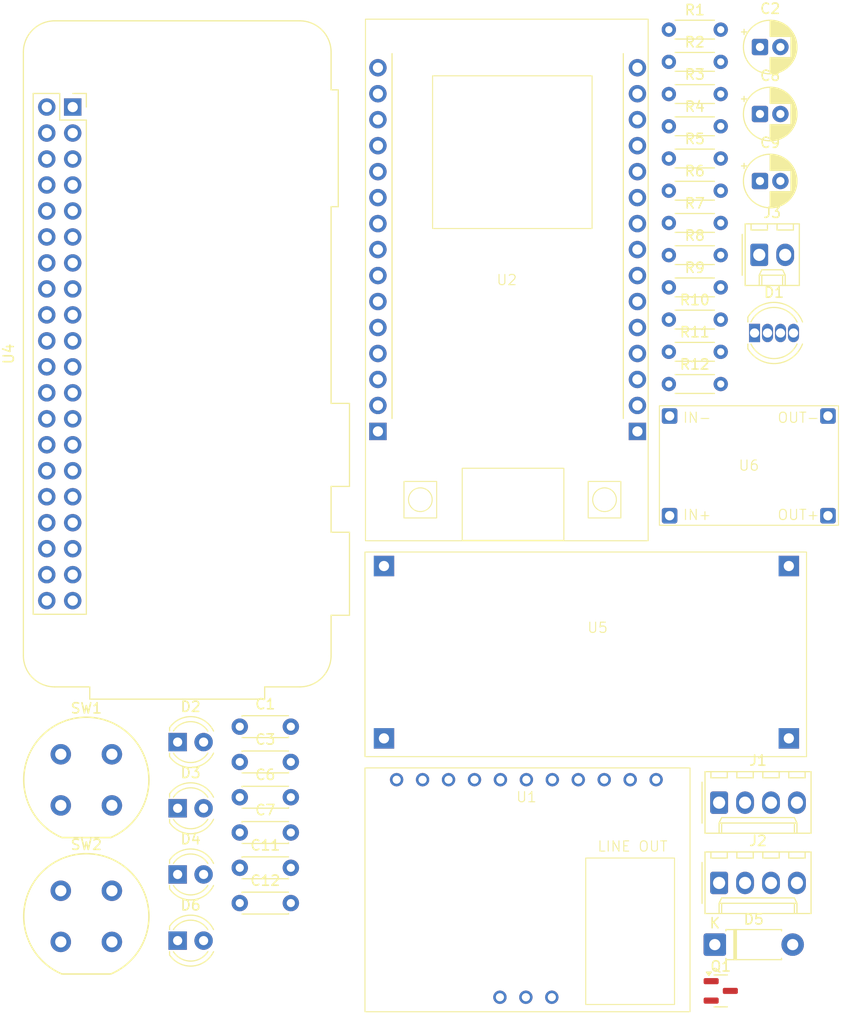
<source format=kicad_pcb>
(kicad_pcb (version 20241229) (generator "pcbnew") (generator_version "9.0")
  (layers (0 "F.Cu" signal) (2 "B.Cu" signal) (13 "F.Paste" user) (15 "B.Paste" user) (5 "F.SilkS" user "F.Silkscreen") (7 "B.SilkS" user "B.Silkscreen") (1 "F.Mask" user) (3 "B.Mask" user) (25 "Edge.Cuts" user))
  (net 0 "")
  (net 1 "GND")
  (net 2 "BAT-")
  (net 3 "/Vbus")
  (net 4 "BAT+")
  (net 5 "Net-(D5-K)")
  (net 6 "+5v")
  (net 7 "+3v3_ESP")
  (net 8 "Net-(D1-GK)")
  (net 9 "Net-(D1-BK)")
  (net 10 "Net-(D1-RK)")
  (net 11 "Net-(D2-A)")
  (net 12 "Net-(D3-A)")
  (net 13 "Net-(D4-A)")
  (net 14 "Net-(D6-A)")
  (net 15 "SCL")
  (net 16 "SDA")
  (net 17 "Vsense")
  (net 18 "pwmR")
  (net 19 "pwmG")
  (net 20 "pwmB")
  (net 21 "Net-(U2-D4)")
  (net 22 "Net-(U2-D5)")
  (net 23 "Net-(U2-D23)")
  (net 24 "Button>")
  (net 27 "Button<")
  (net 30 "DIN")
  (net 31 "LRC")
  (net 33 "BCLK")
  (net 40 "RXesp")
  (net 46 "TXesp")
  (footprint "LIB_Personale:ESP32" (layer "F.Cu") (at 156.465 69.405)
    (property "Reference" "U2" (at -0.775 0.27 0) (layer "F.SilkS") (effects (font (thickness 0.1))))
    (property "Value" "ESP32")
    (pad "1" thru_hole rect (at -13.39 15.08 180) (size 1.7 1.7) (drill 1) (layers "*.Cu" "*.Mask") (net 7 "+3v3_ESP"))
    (pad "2" thru_hole circle (at -13.39 12.54 180) (size 1.7 1.7) (drill 1) (layers "*.Cu" "*.Mask") (net 1 "GND"))
    (pad "3" thru_hole circle (at -13.39 10 180) (size 1.7 1.7) (drill 1) (layers "*.Cu" "*.Mask") (net 20 "pwmB"))
    (pad "4" thru_hole circle (at -13.39 7.46 180) (size 1.7 1.7) (drill 1) (layers "*.Cu" "*.Mask"))
    (pad "5" thru_hole circle (at -13.39 4.92 180) (size 1.7 1.7) (drill 1) (layers "*.Cu" "*.Mask") (net 19 "pwmG"))
    (pad "6" thru_hole circle (at -13.39 2.38 180) (size 1.7 1.7) (drill 1) (layers "*.Cu" "*.Mask") (net 18 "pwmR"))
    (pad "7" thru_hole circle (at -13.39 -0.16 180) (size 1.7 1.7) (drill 1) (layers "*.Cu" "*.Mask"))
    (pad "8" thru_hole circle (at -13.39 -2.7 180) (size 1.7 1.7) (drill 1) (layers "*.Cu" "*.Mask") (net 30 "DIN"))
    (pad "9" thru_hole circle (at -13.39 -5.24 180) (size 1.7 1.7) (drill 1) (layers "*.Cu" "*.Mask") (net 33 "BCLK"))
    (pad "10" thru_hole circle (at -13.39 -7.78 180) (size 1.7 1.7) (drill 1) (layers "*.Cu" "*.Mask") (net 31 "LRC"))
    (pad "11" thru_hole circle (at -13.39 -10.32 180) (size 1.7 1.7) (drill 1) (layers "*.Cu" "*.Mask") (net 17 "Vsense"))
    (pad "12" thru_hole circle (at -13.39 -12.86 180) (size 1.7 1.7) (drill 1) (layers "*.Cu" "*.Mask"))
    (pad "13" thru_hole circle (at -13.39 -15.4 180) (size 1.7 1.7) (drill 1) (layers "*.Cu" "*.Mask"))
    (pad "14" thru_hole circle (at -13.39 -17.94 180) (size 1.7 1.7) (drill 1) (layers "*.Cu" "*.Mask"))
    (pad "15" thru_hole circle (at -13.39 -20.48 180) (size 1.7 1.7) (drill 1) (layers "*.Cu" "*.Mask"))
    (pad "16" thru_hole circle (at 12.01 -20.48 180) (size 1.7 1.7) (drill 1) (layers "*.Cu" "*.Mask") (net 23 "Net-(U2-D23)"))
    (pad "17" thru_hole circle (at 12.01 -17.94 180) (size 1.7 1.7) (drill 1) (layers "*.Cu" "*.Mask") (net 15 "SCL"))
    (pad "18" thru_hole circle (at 12.01 -15.4 180) (size 1.7 1.7) (drill 1) (layers "*.Cu" "*.Mask") (net 46 "TXesp"))
    (pad "19" thru_hole circle (at 12.01 -12.86 180) (size 1.7 1.7) (drill 1) (layers "*.Cu" "*.Mask") (net 40 "RXesp"))
    (pad "20" thru_hole circle (at 12.01 -10.32 180) (size 1.7 1.7) (drill 1) (layers "*.Cu" "*.Mask") (net 16 "SDA"))
    (pad "21" thru_hole circle (at 12.01 -7.78 180) (size 1.7 1.7) (drill 1) (layers "*.Cu" "*.Mask") (net 24 "Button>"))
    (pad "22" thru_hole circle (at 12.01 -5.24 180) (size 1.7 1.7) (drill 1) (layers "*.Cu" "*.Mask") (net 27 "Button<"))
    (pad "23" thru_hole circle (at 12.01 -2.7 180) (size 1.7 1.7) (drill 1) (layers "*.Cu" "*.Mask") (net 22 "Net-(U2-D5)"))
    (pad "24" thru_hole circle (at 12.01 -0.16 180) (size 1.7 1.7) (drill 1) (layers "*.Cu" "*.Mask"))
    (pad "25" thru_hole circle (at 12.01 2.38 180) (size 1.7 1.7) (drill 1) (layers "*.Cu" "*.Mask"))
    (pad "26" thru_hole circle (at 12.01 4.92 180) (size 1.7 1.7) (drill 1) (layers "*.Cu" "*.Mask") (net 21 "Net-(U2-D4)"))
    (pad "27" thru_hole circle (at 12.01 7.46 180) (size 1.7 1.7) (drill 1) (layers "*.Cu" "*.Mask"))
    (pad "28" thru_hole circle (at 12.01 10 180) (size 1.7 1.7) (drill 1) (layers "*.Cu" "*.Mask"))
    (pad "29" thru_hole circle (at 12.01 12.54 180) (size 1.7 1.7) (drill 1) (layers "*.Cu" "*.Mask") (net 1 "GND"))
    (pad "30" thru_hole rect (at 12.01 15.08 180) (size 1.7 1.7) (drill 1) (layers "*.Cu" "*.Mask"))
  )
  (footprint "Button_Switch_THT:Push_E-Switch_KS01Q01" (layer "F.Cu") (at 112.032515 116.052515)
    (property "Reference" "SW1" (at 2.5 -4.5 0) (layer "F.SilkS"))
    (property "Value" "SW_Push_Dual")
    (pad "1" thru_hole circle (at 0 0) (size 2 2) (drill 1.1) (layers "*.Cu" "*.Mask") (net 1 "GND"))
    (pad "2" thru_hole circle (at 5 0) (size 2 2) (drill 1.1) (layers "*.Cu" "*.Mask"))
    (pad "3" thru_hole circle (at 0 5) (size 2 2) (drill 1.1) (layers "*.Cu" "*.Mask"))
    (pad "4" thru_hole circle (at 5 5) (size 2 2) (drill 1.1) (layers "*.Cu" "*.Mask") (net 24 "Button>"))
  )
  (footprint "Package_TO_SOT_SMD:SOT-23" (layer "F.Cu") (at 176.63 139.185)
    (property "Reference" "Q1" (at 0 -2.4 0) (layer "F.SilkS"))
    (property "Value" "AO3401A")
    (pad "1" smd roundrect (at -0.9375 -0.95) (size 1.475 0.6) (layers "F.Cu" "F.Mask" "F.Paste") (net 3 "/Vbus"))
    (pad "2" smd roundrect (at -0.9375 0.95) (size 1.475 0.6) (layers "F.Cu" "F.Mask" "F.Paste") (net 4 "BAT+"))
    (pad "3" smd roundrect (at 0.9375 0) (size 1.475 0.6) (layers "F.Cu" "F.Mask" "F.Paste") (net 5 "Net-(D5-K)"))
  )
  (footprint "LIB_Personale:Mini360" (layer "F.Cu") (at 177.125 86.975)
    (property "Reference" "U6" (at 2.263 0.842 0) (layer "F.SilkS") (effects (font (thickness 0.1))))
    (property "Value" "MINI360" (hide yes))
    (fp_text user "OUT+" (at 5 6.25 0) (layer "F.SilkS") (effects (font (thickness 0.1)) (justify left bottom)))
    (fp_text user "IN+" (at -4.25 6.25 0) (layer "F.SilkS") (effects (font (thickness 0.1)) (justify left bottom)))
    (fp_text user "IN-" (at -4.25 -3.25 0) (layer "F.SilkS") (effects (font (thickness 0.1)) (justify left bottom)))
    (fp_text user "OUT-" (at 5 -3.25 0) (layer "F.SilkS") (effects (font (thickness 0.1)) (justify left bottom)))
    (pad "1" thru_hole roundrect (at -5.5 5.75) (size 1.524 1.524) (drill 0.914) (layers "*.Cu" "*.Mask") (roundrect_rratio 0.1640419948) (net 6 "+5v"))
    (pad "2" thru_hole roundrect (at -5.5 -4) (size 1.524 1.524) (drill 0.914) (layers "*.Cu" "*.Mask") (roundrect_rratio 0.1640419948) (net 1 "GND"))
    (pad "3" thru_hole roundrect (at 10 5.75) (size 1.524 1.524) (drill 0.914) (layers "*.Cu" "*.Mask") (roundrect_rratio 0.1640419948) (net 7 "+3v3_ESP"))
    (pad "4" thru_hole roundrect (at 10 -4) (size 1.524 1.524) (drill 0.914) (layers "*.Cu" "*.Mask") (roundrect_rratio 0.1640419948) (net 1 "GND"))
  )
  (footprint "Resistor_THT:R_Axial_DIN0204_L3.6mm_D1.6mm_P5.08mm_Horizontal" (layer "F.Cu") (at 171.55 64.1)
    (property "Reference" "R7" (at 2.54 -1.92 0) (layer "F.SilkS"))
    (property "Value" "220")
    (pad "1" thru_hole circle (at 0 0) (size 1.4 1.4) (drill 0.7) (layers "*.Cu" "*.Mask") (net 20 "pwmB"))
    (pad "2" thru_hole circle (at 5.08 0) (size 1.4 1.4) (drill 0.7) (layers "*.Cu" "*.Mask") (net 9 "Net-(D1-BK)"))
  )
  (footprint "Connector_Molex:Molex_KK-254_AE-6410-02A_1x02_P2.54mm_Vertical" (layer "F.Cu") (at 180.4 67.22)
    (property "Reference" "J3" (at 1.27 -4.12 0) (layer "F.SilkS"))
    (property "Value" "BATTERIA")
    (pad "1" thru_hole roundrect (at 0 0) (size 1.74 2.19) (drill 1.19) (layers "*.Cu" "*.Mask") (roundrect_rratio 0.143678) (net 2 "BAT-"))
    (pad "2" thru_hole oval (at 2.54 0) (size 1.74 2.19) (drill 1.19) (layers "*.Cu" "*.Mask") (net 4 "BAT+"))
  )
  (footprint "Resistor_THT:R_Axial_DIN0204_L3.6mm_D1.6mm_P5.08mm_Horizontal" (layer "F.Cu") (at 171.55 70.4)
    (property "Reference" "R9" (at 2.54 -1.92 0) (layer "F.SilkS"))
    (property "Value" "330")
    (pad "1" thru_hole circle (at 0 0) (size 1.4 1.4) (drill 0.7) (layers "*.Cu" "*.Mask") (net 22 "Net-(U2-D5)"))
    (pad "2" thru_hole circle (at 5.08 0) (size 1.4 1.4) (drill 0.7) (layers "*.Cu" "*.Mask") (net 12 "Net-(D3-A)"))
  )
  (footprint "Capacitor_THT:C_Disc_D4.3mm_W1.9mm_P5.00mm" (layer "F.Cu") (at 129.55 130.6)
    (property "Reference" "C12" (at 2.5 -2.2 0) (layer "F.SilkS"))
    (property "Value" "100nF")
    (pad "1" thru_hole circle (at 0 0) (size 1.6 1.6) (drill 0.8) (layers "*.Cu" "*.Mask") (net 6 "+5v"))
    (pad "2" thru_hole circle (at 5 0) (size 1.6 1.6) (drill 0.8) (layers "*.Cu" "*.Mask") (net 1 "GND"))
  )
  (footprint "Capacitor_THT:CP_Radial_D5.0mm_P2.00mm" (layer "F.Cu") (at 180.469775 46.9)
    (property "Reference" "C2" (at 1 -3.75 0) (layer "F.SilkS"))
    (property "Value" "220uF")
    (pad "1" thru_hole roundrect (at 0 0) (size 1.6 1.6) (drill 0.8) (layers "*.Cu" "*.Mask") (roundrect_rratio 0.15625) (net 3 "/Vbus"))
    (pad "2" thru_hole circle (at 2 0) (size 1.6 1.6) (drill 0.8) (layers "*.Cu" "*.Mask") (net 1 "GND"))
  )
  (footprint "Resistor_THT:R_Axial_DIN0204_L3.6mm_D1.6mm_P5.08mm_Horizontal" (layer "F.Cu") (at 171.55 79.85)
    (property "Reference" "R12" (at 2.54 -1.92 0) (layer "F.SilkS"))
    (property "Value" "10k")
    (pad "1" thru_hole circle (at 0 0) (size 1.4 1.4) (drill 0.7) (layers "*.Cu" "*.Mask") (net 7 "+3v3_ESP"))
    (pad "2" thru_hole circle (at 5.08 0) (size 1.4 1.4) (drill 0.7) (layers "*.Cu" "*.Mask") (net 15 "SCL"))
  )
  (footprint "Resistor_THT:R_Axial_DIN0204_L3.6mm_D1.6mm_P5.08mm_Horizontal" (layer "F.Cu") (at 171.55 60.95)
    (property "Reference" "R6" (at 2.54 -1.92 0) (layer "F.SilkS"))
    (property "Value" "220")
    (pad "1" thru_hole circle (at 0 0) (size 1.4 1.4) (drill 0.7) (layers "*.Cu" "*.Mask") (net 19 "pwmG"))
    (pad "2" thru_hole circle (at 5.08 0) (size 1.4 1.4) (drill 0.7) (layers "*.Cu" "*.Mask") (net 8 "Net-(D1-GK)"))
  )
  (footprint "Resistor_THT:R_Axial_DIN0204_L3.6mm_D1.6mm_P5.08mm_Horizontal" (layer "F.Cu") (at 171.55 67.25)
    (property "Reference" "R8" (at 2.54 -1.92 0) (layer "F.SilkS"))
    (property "Value" "330")
    (pad "1" thru_hole circle (at 0 0) (size 1.4 1.4) (drill 0.7) (layers "*.Cu" "*.Mask") (net 21 "Net-(U2-D4)"))
    (pad "2" thru_hole circle (at 5.08 0) (size 1.4 1.4) (drill 0.7) (layers "*.Cu" "*.Mask") (net 11 "Net-(D2-A)"))
  )
  (footprint "LED_THT:LED_D4.0mm" (layer "F.Cu") (at 123.47 134.27)
    (property "Reference" "D6" (at 1.27 -3.46 0) (layer "F.SilkS"))
    (property "Value" "LED")
    (pad "1" thru_hole rect (at 0 0) (size 1.8 1.8) (drill 0.9) (layers "*.Cu" "*.Mask") (net 1 "GND"))
    (pad "2" thru_hole circle (at 2.54 0) (size 1.8 1.8) (drill 0.9) (layers "*.Cu" "*.Mask") (net 14 "Net-(D6-A)"))
  )
  (footprint "Resistor_THT:R_Axial_DIN0204_L3.6mm_D1.6mm_P5.08mm_Horizontal" (layer "F.Cu") (at 171.55 51.5)
    (property "Reference" "R3" (at 2.54 -1.92 0) (layer "F.SilkS"))
    (property "Value" "100k")
    (pad "1" thru_hole circle (at 0 0) (size 1.4 1.4) (drill 0.7) (layers "*.Cu" "*.Mask") (net 17 "Vsense"))
    (pad "2" thru_hole circle (at 5.08 0) (size 1.4 1.4) (drill 0.7) (layers "*.Cu" "*.Mask") (net 1 "GND"))
  )
  (footprint "Connector_Molex:Molex_KK-254_AE-6410-04A_1x04_P2.54mm_Vertical" (layer "F.Cu") (at 176.47 120.78)
    (property "Reference" "J1" (at 3.81 -4.12 0) (layer "F.SilkS"))
    (property "Value" "Display OLED")
    (pad "1" thru_hole roundrect (at 0 0) (size 1.74 2.19) (drill 1.19) (layers "*.Cu" "*.Mask") (roundrect_rratio 0.143678) (net 1 "GND"))
    (pad "2" thru_hole oval (at 2.54 0) (size 1.74 2.19) (drill 1.19) (layers "*.Cu" "*.Mask") (net 6 "+5v"))
    (pad "3" thru_hole oval (at 5.08 0) (size 1.74 2.19) (drill 1.19) (layers "*.Cu" "*.Mask") (net 15 "SCL"))
    (pad "4" thru_hole oval (at 7.62 0) (size 1.74 2.19) (drill 1.19) (layers "*.Cu" "*.Mask") (net 16 "SDA"))
  )
  (footprint "LIB_Personale:PCM5102A" (layer "F.Cu") (at 157.615 120.735)
    (property "Reference" "U1" (at 0 -0.5 0) (layer "F.SilkS") (effects (font (thickness 0.1))))
    (property "Value" "PCM5102A")
    (fp_text user "LINE OUT" (at 6.89 4.91 0) (layer "F.SilkS") (effects (font (thickness 0.1)) (justify left bottom)))
    (pad "1" thru_hole circle (at 12.69 -2.2) (size 1.305526 1.305526) (drill 0.8) (layers "*.Cu" "*.Mask") (net 6 "+5v"))
    (pad "2" thru_hole circle (at 10.15 -2.2) (size 1.305526 1.305526) (drill 0.8) (layers "*.Cu" "*.Mask"))
    (pad "3" thru_hole circle (at 7.61 -2.2) (size 1.305526 1.305526) (drill 0.8) (layers "*.Cu" "*.Mask") (net 1 "GND"))
    (pad "4" thru_hole circle (at 5.07 -2.2) (size 1.305526 1.305526) (drill 0.8) (layers "*.Cu" "*.Mask"))
    (pad "5" thru_hole circle (at 2.53 -2.2) (size 1.305526 1.305526) (drill 0.8) (layers "*.Cu" "*.Mask"))
    (pad "6" thru_hole circle (at -0.01 -2.2) (size 1.305526 1.305526) (drill 0.8) (layers "*.Cu" "*.Mask") (net 1 "GND"))
    (pad "7" thru_hole circle (at -2.55 -2.2) (size 1.305526 1.305526) (drill 0.8) (layers "*.Cu" "*.Mask") (net 33 "BCLK"))
    (pad "8" thru_hole circle (at -5.09 -2.2) (size 1.305526 1.305526) (drill 0.8) (layers "*.Cu" "*.Mask") (net 30 "DIN"))
    (pad "9" thru_hole circle (at -7.63 -2.2) (size 1.305526 1.305526) (drill 0.8) (layers "*.Cu" "*.Mask") (net 31 "LRC"))
    (pad "10" thru_hole circle (at -10.17 -2.2) (size 1.305526 1.305526) (drill 0.8) (layers "*.Cu" "*.Mask") (net 1 "GND"))
    (pad "11" thru_hole circle (at -12.71 -2.2) (size 1.305526 1.305526) (drill 0.8) (layers "*.Cu" "*.Mask"))
    (pad "12" thru_hole circle (at -2.6 19.07) (size 1.305526 1.305526) (drill 0.8) (layers "*.Cu" "*.Mask"))
    (pad "13" thru_hole circle (at -0.06 19.07) (size 1.305526 1.305526) (drill 0.8) (layers "*.Cu" "*.Mask"))
    (pad "14" thru_hole circle (at 2.48 19.07) (size 1.305526 1.305526) (drill 0.8) (layers "*.Cu" "*.Mask"))
  )
  (footprint "LIB_Personale:LM2896" (layer "F.Cu") (at 163.755 105.645)
    (property "Reference" "U5" (at 0.82 -1.97 0) (layer "F.SilkS") (effects (font (thickness 0.1))))
    (property "Value" "XL6009")
    (pad "1" thru_hole rect (at -20.09 -8) (size 2 2) (drill 1) (layers "*.Cu" "*.Mask") (net 5 "Net-(D5-K)"))
    (pad "2" thru_hole rect (at 19.54 -8) (size 2 2) (drill 1) (layers "*.Cu" "*.Mask") (net 1 "GND"))
    (pad "3" thru_hole rect (at -20.09 8.85) (size 2 2) (drill 1) (layers "*.Cu" "*.Mask") (net 6 "+5v"))
    (pad "4" thru_hole rect (at 19.54 8.85) (size 2 2) (drill 1) (layers "*.Cu" "*.Mask") (net 1 "GND"))
  )
  (footprint "Capacitor_THT:CP_Radial_D5.0mm_P2.00mm" (layer "F.Cu") (at 180.469775 53.45)
    (property "Reference" "C8" (at 1 -3.75 0) (layer "F.SilkS"))
    (property "Value" "470uF")
    (pad "1" thru_hole roundrect (at 0 0) (size 1.6 1.6) (drill 0.8) (layers "*.Cu" "*.Mask") (roundrect_rratio 0.15625) (net 7 "+3v3_ESP"))
    (pad "2" thru_hole circle (at 2 0) (size 1.6 1.6) (drill 0.8) (layers "*.Cu" "*.Mask") (net 1 "GND"))
  )
  (footprint "Capacitor_THT:C_Disc_D4.3mm_W1.9mm_P5.00mm" (layer "F.Cu") (at 129.55 127.15)
    (property "Reference" "C11" (at 2.5 -2.2 0) (layer "F.SilkS"))
    (property "Value" "100nF")
    (pad "1" thru_hole circle (at 0 0) (size 1.6 1.6) (drill 0.8) (layers "*.Cu" "*.Mask") (net 7 "+3v3_ESP"))
    (pad "2" thru_hole circle (at 5 0) (size 1.6 1.6) (drill 0.8) (layers "*.Cu" "*.Mask") (net 1 "GND"))
  )
  (footprint "LED_THT:LED_D4.0mm" (layer "F.Cu") (at 123.47 121.33)
    (property "Reference" "D3" (at 1.27 -3.46 0) (layer "F.SilkS"))
    (property "Value" "LED_YELLOW")
    (pad "1" thru_hole rect (at 0 0) (size 1.8 1.8) (drill 0.9) (layers "*.Cu" "*.Mask") (net 1 "GND"))
    (pad "2" thru_hole circle (at 2.54 0) (size 1.8 1.8) (drill 0.9) (layers "*.Cu" "*.Mask") (net 12 "Net-(D3-A)"))
  )
  (footprint "Capacitor_THT:C_Disc_D4.3mm_W1.9mm_P5.00mm" (layer "F.Cu") (at 129.55 113.35)
    (property "Reference" "C1" (at 2.5 -2.2 0) (layer "F.SilkS"))
    (property "Value" "100nF")
    (pad "1" thru_hole circle (at 0 0) (size 1.6 1.6) (drill 0.8) (layers "*.Cu" "*.Mask") (net 2 "BAT-"))
    (pad "2" thru_hole circle (at 5 0) (size 1.6 1.6) (drill 0.8) (layers "*.Cu" "*.Mask") (net 1 "GND"))
  )
  (footprint "Capacitor_THT:C_Disc_D4.3mm_W1.9mm_P5.00mm" (layer "F.Cu") (at 129.55 116.8)
    (property "Reference" "C3" (at 2.5 -2.2 0) (layer "F.SilkS"))
    (property "Value" "100nF")
    (pad "1" thru_hole circle (at 0 0) (size 1.6 1.6) (drill 0.8) (layers "*.Cu" "*.Mask") (net 4 "BAT+"))
    (pad "2" thru_hole circle (at 5 0) (size 1.6 1.6) (drill 0.8) (layers "*.Cu" "*.Mask") (net 1 "GND"))
  )
  (footprint "LED_THT:LED_D4.0mm" (layer "F.Cu") (at 123.47 127.8)
    (property "Reference" "D4" (at 1.27 -3.46 0) (layer "F.SilkS"))
    (property "Value" "LED_RED")
    (pad "1" thru_hole rect (at 0 0) (size 1.8 1.8) (drill 0.9) (layers "*.Cu" "*.Mask") (net 1 "GND"))
    (pad "2" thru_hole circle (at 2.54 0) (size 1.8 1.8) (drill 0.9) (layers "*.Cu" "*.Mask") (net 13 "Net-(D4-A)"))
  )
  (footprint "Button_Switch_THT:Push_E-Switch_KS01Q01" (layer "F.Cu") (at 112.032515 129.39503)
    (property "Reference" "SW2" (at 2.5 -4.5 0) (layer "F.SilkS"))
    (property "Value" "SW_Push_Dual")
    (pad "1" thru_hole circle (at 0 0) (size 2 2) (drill 1.1) (layers "*.Cu" "*.Mask") (net 1 "GND"))
    (pad "2" thru_hole circle (at 5 0) (size 2 2) (drill 1.1) (layers "*.Cu" "*.Mask"))
    (pad "3" thru_hole circle (at 0 5) (size 2 2) (drill 1.1) (layers "*.Cu" "*.Mask"))
    (pad "4" thru_hole circle (at 5 5) (size 2 2) (drill 1.1) (layers "*.Cu" "*.Mask") (net 27 "Button<"))
  )
  (footprint "Resistor_THT:R_Axial_DIN0204_L3.6mm_D1.6mm_P5.08mm_Horizontal" (layer "F.Cu") (at 171.55 54.65)
    (property "Reference" "R4" (at 2.54 -1.92 0) (layer "F.SilkS"))
    (property "Value" "100k")
    (pad "1" thru_hole circle (at 0 0) (size 1.4 1.4) (drill 0.7) (layers "*.Cu" "*.Mask") (net 4 "BAT+"))
    (pad "2" thru_hole circle (at 5.08 0) (size 1.4 1.4) (drill 0.7) (layers "*.Cu" "*.Mask") (net 17 "Vsense"))
  )
  (footprint "Connector_Molex:Molex_KK-254_AE-6410-04A_1x04_P2.54mm_Vertical" (layer "F.Cu") (at 176.47 128.63)
    (property "Reference" "J2" (at 3.81 -4.12 0) (layer "F.SilkS"))
    (property "Value" "TPS4056")
    (pad "1" thru_hole roundrect (at 0 0) (size 1.74 2.19) (drill 1.19) (layers "*.Cu" "*.Mask") (roundrect_rratio 0.143678) (net 1 "GND"))
    (pad "2" thru_hole oval (at 2.54 0) (size 1.74 2.19) (drill 1.19) (layers "*.Cu" "*.Mask") (net 2 "BAT-"))
    (pad "3" thru_hole oval (at 5.08 0) (size 1.74 2.19) (drill 1.19) (layers "*.Cu" "*.Mask") (net 4 "BAT+"))
    (pad "4" thru_hole oval (at 7.62 0) (size 1.74 2.19) (drill 1.19) (layers "*.Cu" "*.Mask") (net 3 "/Vbus"))
  )
  (footprint "Capacitor_THT:C_Disc_D4.3mm_W1.9mm_P5.00mm" (layer "F.Cu") (at 129.55 123.7)
    (property "Reference" "C7" (at 2.5 -2.2 0) (layer "F.SilkS"))
    (property "Value" "100nF")
    (pad "1" thru_hole circle (at 0 0) (size 1.6 1.6) (drill 0.8) (layers "*.Cu" "*.Mask") (net 1 "GND"))
    (pad "2" thru_hole circle (at 5 0) (size 1.6 1.6) (drill 0.8) (layers "*.Cu" "*.Mask") (net 6 "+5v"))
  )
  (footprint "Capacitor_THT:CP_Radial_D5.0mm_P2.00mm" (layer "F.Cu") (at 180.469775 60)
    (property "Reference" "C9" (at 1 -3.75 0) (layer "F.SilkS"))
    (property "Value" "1000uF")
    (pad "1" thru_hole roundrect (at 0 0) (size 1.6 1.6) (drill 0.8) (layers "*.Cu" "*.Mask") (roundrect_rratio 0.15625) (net 6 "+5v"))
    (pad "2" thru_hole circle (at 2 0) (size 1.6 1.6) (drill 0.8) (layers "*.Cu" "*.Mask") (net 1 "GND"))
  )
  (footprint "Resistor_THT:R_Axial_DIN0204_L3.6mm_D1.6mm_P5.08mm_Horizontal" (layer "F.Cu") (at 171.55 48.35)
    (property "Reference" "R2" (at 2.54 -1.92 0) (layer "F.SilkS"))
    (property "Value" "100k")
    (pad "1" thru_hole circle (at 0 0) (size 1.4 1.4) (drill 0.7) (layers "*.Cu" "*.Mask") (net 3 "/Vbus"))
    (pad "2" thru_hole circle (at 5.08 0) (size 1.4 1.4) (drill 0.7) (layers "*.Cu" "*.Mask") (net 1 "GND"))
  )
  (footprint "Resistor_THT:R_Axial_DIN0204_L3.6mm_D1.6mm_P5.08mm_Horizontal" (layer "F.Cu") (at 171.55 76.7)
    (property "Reference" "R11" (at 2.54 -1.92 0) (layer "F.SilkS"))
    (property "Value" "10k")
    (pad "1" thru_hole circle (at 0 0) (size 1.4 1.4) (drill 0.7) (layers "*.Cu" "*.Mask") (net 7 "+3v3_ESP"))
    (pad "2" thru_hole circle (at 5.08 0) (size 1.4 1.4) (drill 0.7) (layers "*.Cu" "*.Mask") (net 16 "SDA"))
  )
  (footprint "Module:Raspberry_Pi_Zero_Socketed_THT_FaceDown_MountingHoles" (layer "F.Cu") (at 113.2 52.77)
    (property "Reference" "U4" (at -6.27 24.13 90) (layer "F.SilkS"))
    (property "Value" "Raspberry Pi Zero 2 W")
    (pad "" np_thru_hole circle (at -1.27 -4.87 90) (size 2.75 2.75) (drill 2.75) (layers "*.Cu" "*.Mask"))
    (pad "" np_thru_hole circle (at -1.27 53.13 90) (size 2.75 2.75) (drill 2.75) (layers "*.Cu" "*.Mask"))
    (pad "" np_thru_hole circle (at 21.73 -4.87 90) (size 2.75 2.75) (drill 2.75) (layers "*.Cu" "*.Mask"))
    (pad "" np_thru_hole circle (at 21.73 53.13 90) (size 2.75 2.75) (drill 2.75) (layers "*.Cu" "*.Mask"))
    (pad "1" thru_hole rect (at 0 0) (size 1.7 1.7) (drill 1) (layers "*.Cu" "*.Mask"))
    (pad "2" thru_hole oval (at -2.54 0) (size 1.7 1.7) (drill 1) (layers "*.Cu" "*.Mask") (net 6 "+5v"))
    (pad "3" thru_hole oval (at 0 2.54) (size 1.7 1.7) (drill 1) (layers "*.Cu" "*.Mask"))
    (pad "4" thru_hole oval (at -2.54 2.54) (size 1.7 1.7) (drill 1) (layers "*.Cu" "*.Mask") (net 6 "+5v"))
    (pad "5" thru_hole oval (at 0 5.08) (size 1.7 1.7) (drill 1) (layers "*.Cu" "*.Mask"))
    (pad "6" thru_hole oval (at -2.54 5.08) (size 1.7 1.7) (drill 1) (layers "*.Cu" "*.Mask") (net 1 "GND"))
    (pad "7" thru_hole oval (at 0 7.62) (size 1.7 1.7) (drill 1) (layers "*.Cu" "*.Mask"))
    (pad "8" thru_hole oval (at -2.54 7.62) (size 1.7 1.7) (drill 1) (layers "*.Cu" "*.Mask") (net 40 "RXesp"))
    (pad "9" thru_hole oval (at 0 10.16) (size 1.7 1.7) (drill 1) (layers "*.Cu" "*.Mask") (net 1 "GND"))
    (pad "10" thru_hole oval (at -2.54 10.16) (size 1.7 1.7) (drill 1) (layers "*.Cu" "*.Mask") (net 46 "TXesp"))
    (pad "11" thru_hole oval (at 0 12.7) (size 1.7 1.7) (drill 1) (layers "*.Cu" "*.Mask"))
    (pad "12" thru_hole oval (at -2.54 12.7) (size 1.7 1.7) (drill 1) (layers "*.Cu" "*.Mask"))
    (pad "13" thru_hole oval (at 0 15.24) (size 1.7 1.7) (drill 1) (layers "*.Cu" "*.Mask"))
    (pad "14" thru_hole oval (at -2.54 15.24) (size 1.7 1.7) (drill 1) (layers "*.Cu" "*.Mask") (net 1 "GND"))
    (pad "15" thru_hole oval (at 0 17.78) (size 1.7 1.7) (drill 1) (layers "*.Cu" "*.Mask"))
    (pad "16" thru_hole oval (at -2.54 17.78) (size 1.7 1.7) (drill 1) (layers "*.Cu" "*.Mask"))
    (pad "17" thru_hole oval (at 0 20.32) (size 1.7 1.7) (drill 1) (layers "*.Cu" "*.Mask"))
    (pad "18" thru_hole oval (at -2.54 20.32) (size 1.7 1.7) (drill 1) (layers "*.Cu" "*.Mask"))
    (pad "19" thru_hole oval (at 0 22.86) (size 1.7 1.7) (drill 1) (layers "*.Cu" "*.Mask"))
    (pad "20" thru_hole oval (at -2.54 22.86) (size 1.7 1.7) (drill 1) (layers "*.Cu" "*.Mask") (net 1 "GND"))
    (pad "21" thru_hole oval (at 0 25.4) (size 1.7 1.7) (drill 1) (layers "*.Cu" "*.Mask"))
    (pad "22" thru_hole oval (at -2.54 25.4) (size 1.7 1.7) (drill 1) (layers "*.Cu" "*.Mask"))
    (pad "23" thru_hole oval (at 0 27.94) (size 1.7 1.7) (drill 1) (layers "*.Cu" "*.Mask"))
    (pad "24" thru_hole oval (at -2.54 27.94) (size 1.7 1.7) (drill 1) (layers "*.Cu" "*.Mask"))
    (pad "25" thru_hole oval (at 0 30.48) (size 1.7 1.7) (drill 1) (layers "*.Cu" "*.Mask") (net 1 "GND"))
    (pad "26" thru_hole oval (at -2.54 30.48) (size 1.7 1.7) (drill 1) (layers "*.Cu" "*.Mask"))
    (pad "27" thru_hole oval (at 0 33.02) (size 1.7 1.7) (drill 1) (layers "*.Cu" "*.Mask"))
    (pad "28" thru_hole oval (at -2.54 33.02) (size 1.7 1.7) (drill 1) (layers "*.Cu" "*.Mask"))
    (pad "29" thru_hole oval (at 0 35.56) (size 1.7 1.7) (drill 1) (layers "*.Cu" "*.Mask"))
    (pad "30" thru_hole oval (at -2.54 35.56) (size 1.7 1.7) (drill 1) (layers "*.Cu" "*.Mask") (net 1 "GND"))
    (pad "31" thru_hole oval (at 0 38.1) (size 1.7 1.7) (drill 1) (layers "*.Cu" "*.Mask"))
    (pad "32" thru_hole oval (at -2.54 38.1) (size 1.7 1.7) (drill 1) (layers "*.Cu" "*.Mask"))
    (pad "33" thru_hole oval (at 0 40.64) (size 1.7 1.7) (drill 1) (layers "*.Cu" "*.Mask"))
    (pad "34" thru_hole oval (at -2.54 40.64) (size 1.7 1.7) (drill 1) (layers "*.Cu" "*.Mask") (net 1 "GND"))
    (pad "35" thru_hole oval (at 0 43.18) (size 1.7 1.7) (drill 1) (layers "*.Cu" "*.Mask"))
    (pad "36" thru_hole oval (at -2.54 43.18) (size 1.7 1.7) (drill 1) (layers "*.Cu" "*.Mask"))
    (pad "37" thru_hole oval (at 0 45.72) (size 1.7 1.7) (drill 1) (layers "*.Cu" "*.Mask"))
    (pad "38" thru_hole oval (at -2.54 45.72) (size 1.7 1.7) (drill 1) (layers "*.Cu" "*.Mask"))
    (pad "39" thru_hole oval (at 0 48.26) (size 1.7 1.7) (drill 1) (layers "*.Cu" "*.Mask") (net 1 "GND"))
    (pad "40" thru_hole oval (at -2.54 48.26) (size 1.7 1.7) (drill 1) (layers "*.Cu" "*.Mask"))
  )
  (footprint "Resistor_THT:R_Axial_DIN0204_L3.6mm_D1.6mm_P5.08mm_Horizontal" (layer "F.Cu") (at 171.55 73.55)
    (property "Reference" "R10" (at 2.54 -1.92 0) (layer "F.SilkS"))
    (property "Value" "330")
    (pad "1" thru_hole circle (at 0 0) (size 1.4 1.4) (drill 0.7) (layers "*.Cu" "*.Mask") (net 23 "Net-(U2-D23)"))
    (pad "2" thru_hole circle (at 5.08 0) (size 1.4 1.4) (drill 0.7) (layers "*.Cu" "*.Mask") (net 13 "Net-(D4-A)"))
  )
  (footprint "Resistor_THT:R_Axial_DIN0204_L3.6mm_D1.6mm_P5.08mm_Horizontal" (layer "F.Cu") (at 171.55 45.2)
    (property "Reference" "R1" (at 2.54 -1.92 0) (layer "F.SilkS"))
    (property "Value" "470")
    (pad "1" thru_hole circle (at 0 0) (size 1.4 1.4) (drill 0.7) (layers "*.Cu" "*.Mask") (net 14 "Net-(D6-A)"))
    (pad "2" thru_hole circle (at 5.08 0) (size 1.4 1.4) (drill 0.7) (layers "*.Cu" "*.Mask") (net 3 "/Vbus"))
  )
  (footprint "LED_THT:LED_D4.0mm" (layer "F.Cu") (at 123.47 114.86)
    (property "Reference" "D2" (at 1.27 -3.46 0) (layer "F.SilkS"))
    (property "Value" "LED_GREEN")
    (pad "1" thru_hole rect (at 0 0) (size 1.8 1.8) (drill 0.9) (layers "*.Cu" "*.Mask") (net 1 "GND"))
    (pad "2" thru_hole circle (at 2.54 0) (size 1.8 1.8) (drill 0.9) (layers "*.Cu" "*.Mask") (net 11 "Net-(D2-A)"))
  )
  (footprint "Diode_THT:D_DO-41_SOD81_P7.62mm_Horizontal" (layer "F.Cu") (at 176.05 134.66)
    (property "Reference" "D5" (at 3.81 -2.47 0) (layer "F.SilkS"))
    (property "Value" "1N5819")
    (fp_text user "K" (at 0 -2.1 0) (layer "F.SilkS"))
    (pad "1" thru_hole roundrect (at 0 0) (size 2.2 2.2) (drill 1.1) (layers "*.Cu" "*.Mask") (roundrect_rratio 0.113636) (net 5 "Net-(D5-K)"))
    (pad "2" thru_hole circle (at 7.62 0) (size 2.2 2.2) (drill 1.1) (layers "*.Cu" "*.Mask") (net 3 "/Vbus"))
  )
  (footprint "Capacitor_THT:C_Disc_D4.3mm_W1.9mm_P5.00mm" (layer "F.Cu") (at 129.55 120.25)
    (property "Reference" "C6" (at 2.5 -2.2 0) (layer "F.SilkS"))
    (property "Value" "100nF")
    (pad "1" thru_hole circle (at 0 0) (size 1.6 1.6) (drill 0.8) (layers "*.Cu" "*.Mask") (net 5 "Net-(D5-K)"))
    (pad "2" thru_hole circle (at 5 0) (size 1.6 1.6) (drill 0.8) (layers "*.Cu" "*.Mask") (net 1 "GND"))
  )
  (footprint "Resistor_THT:R_Axial_DIN0204_L3.6mm_D1.6mm_P5.08mm_Horizontal" (layer "F.Cu") (at 171.55 57.8)
    (property "Reference" "R5" (at 2.54 -1.92 0) (layer "F.SilkS"))
    (property "Value" "220")
    (pad "1" thru_hole circle (at 0 0) (size 1.4 1.4) (drill 0.7) (layers "*.Cu" "*.Mask") (net 18 "pwmR"))
    (pad "2" thru_hole circle (at 5.08 0) (size 1.4 1.4) (drill 0.7) (layers "*.Cu" "*.Mask") (net 10 "Net-(D1-RK)"))
  )
  (footprint "LED_THT:LED_D5.0mm-4_RGB" (layer "F.Cu") (at 179.94 74.86)
    (property "Reference" "D1" (at 1.905 -3.96 0) (layer "F.SilkS"))
    (property "Value" "RGB_Common cathode")
    (pad "1" thru_hole rect (at 0 0) (size 1.07 1.8) (drill 0.9) (layers "*.Cu" "*.Mask") (net 1 "GND"))
    (pad "2" thru_hole oval (at 1.27 0) (size 1.07 1.8) (drill 0.9) (layers "*.Cu" "*.Mask") (net 9 "Net-(D1-BK)"))
    (pad "3" thru_hole oval (at 2.54 0) (size 1.07 1.8) (drill 0.9) (layers "*.Cu" "*.Mask") (net 8 "Net-(D1-GK)"))
    (pad "4" thru_hole oval (at 3.81 0) (size 1.07 1.8) (drill 0.9) (layers "*.Cu" "*.Mask") (net 10 "Net-(D1-RK)"))
  )
)
</source>
